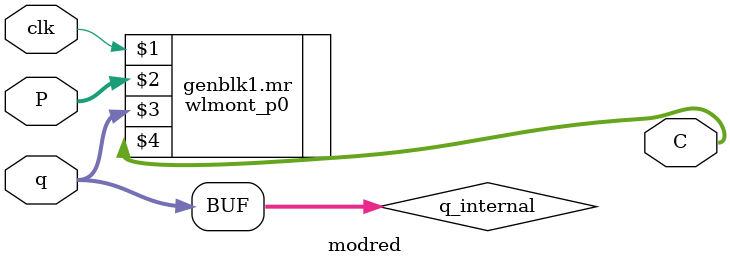
<source format=sv>
/*
    OpenNTT - 2024
    Florian Krieger, Florian Hirner, Ahmet Can Mert, Sujoy Sinha Roy
    Contact: florian.krieger@iaik.tugraz.at
*/
`timescale 1ns/1ps

// Module performing modular reduction P mod q, 0 <= P < q^2. This either uses:
// default (WL Montgomery), sim, or custom

module modred #
(
	parameter LOGQ = 0,
  parameter [LOGQ-1:0] Q_VALUE = 0, // != 0: q is constant
	parameter WORD_SIZE = 0, // Last WORD_SIZE digit of q will be 00...001
	parameter MODRED_LAT = 0,
	parameter MODRED_TYPE = "default", // options: "default" (WL Montgomery), "custom", "" (i.e., for sim)
	// parameters for default case
	parameter MODRED_L = 4,  // montgomery loop count (calculated as $ceil(LOGQ/WORD_SIZE))
  parameter MODRED_COREMUL_LAT = 1 // latency of multiply and add units in WL Montgomery	
)
(
input                     clk,
input      [(2*LOGQ)-1:0] P,
input      [LOGQ-1:0]     q,
output     [LOGQ-1:0]     C
);

logic [LOGQ-1:0] q_internal;
assign q_internal = Q_VALUE == 0 ? q : Q_VALUE;

if (MODRED_TYPE == "default") begin
	wlmont_p0 #(LOGQ,WORD_SIZE,MODRED_L,MODRED_COREMUL_LAT) mr (clk,P,q_internal,C);
end
else if (MODRED_TYPE == "custom") begin
	my_modred mr(clk,q_internal,P,C);
end
else begin
  wire [(2*LOGQ)-1:0] P_red;
	assign P_red = P%q_internal;

	shiftreg #(MODRED_LAT, LOGQ) sr(clk,P_red[LOGQ-1:0],C);
end

if(MODRED_TYPE == "default")
  if(MODRED_LAT != MODRED_L*2 + ((LOGQ-WORD_SIZE <= 24) ? (((2*LOGQ-47-1)/WORD_SIZE)*(0+1)) : (MODRED_L*(0+1))) + (0+1))
    $error("Invalid MODRED_LAT");

endmodule

</source>
